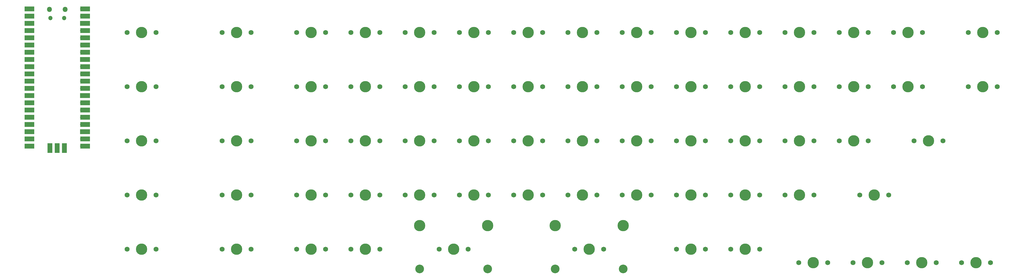
<source format=gts>
G04 #@! TF.GenerationSoftware,KiCad,Pcbnew,8.0.4*
G04 #@! TF.CreationDate,2024-09-04T19:59:22-04:00*
G04 #@! TF.ProjectId,small-fry-pcb,736d616c-6c2d-4667-9279-2d7063622e6b,1.0*
G04 #@! TF.SameCoordinates,Original*
G04 #@! TF.FileFunction,Soldermask,Top*
G04 #@! TF.FilePolarity,Negative*
%FSLAX46Y46*%
G04 Gerber Fmt 4.6, Leading zero omitted, Abs format (unit mm)*
G04 Created by KiCad (PCBNEW 8.0.4) date 2024-09-04 19:59:22*
%MOMM*%
%LPD*%
G01*
G04 APERTURE LIST*
%ADD10C,1.750000*%
%ADD11C,3.987800*%
%ADD12C,3.048000*%
%ADD13O,1.800000X1.800000*%
%ADD14O,1.500000X1.500000*%
%ADD15O,1.700000X1.700000*%
%ADD16R,3.500000X1.700000*%
%ADD17R,1.700000X1.700000*%
%ADD18R,1.700000X3.500000*%
G04 APERTURE END LIST*
D10*
G04 #@! TO.C,MX51*
X209876250Y-96400000D03*
D11*
X214956250Y-96400000D03*
D10*
X220036250Y-96400000D03*
G04 #@! TD*
G04 #@! TO.C,MX44*
X350370000Y-77350000D03*
D11*
X355450000Y-77350000D03*
D10*
X360530000Y-77350000D03*
G04 #@! TD*
G04 #@! TO.C,MX11*
X286076250Y-39250000D03*
D11*
X291156250Y-39250000D03*
D10*
X296236250Y-39250000D03*
G04 #@! TD*
G04 #@! TO.C,MX23*
X228926250Y-58300000D03*
D11*
X234006250Y-58300000D03*
D10*
X239086250Y-58300000D03*
G04 #@! TD*
G04 #@! TO.C,MX32*
X107482500Y-77350000D03*
D11*
X112562500Y-77350000D03*
D10*
X117642500Y-77350000D03*
G04 #@! TD*
G04 #@! TO.C,MX59*
X107482500Y-115450000D03*
D11*
X112562500Y-115450000D03*
D10*
X117642500Y-115450000D03*
G04 #@! TD*
G04 #@! TO.C,MX2*
X107482500Y-39250000D03*
D11*
X112562500Y-39250000D03*
D10*
X117642500Y-39250000D03*
G04 #@! TD*
G04 #@! TO.C,MX1*
X74145000Y-39250000D03*
D11*
X79225000Y-39250000D03*
D10*
X84305000Y-39250000D03*
G04 #@! TD*
G04 #@! TO.C,MX54*
X267026250Y-96400000D03*
D11*
X272106250Y-96400000D03*
D10*
X277186250Y-96400000D03*
G04 #@! TD*
G04 #@! TO.C,MX5*
X171776250Y-39250000D03*
D11*
X176856250Y-39250000D03*
D10*
X181936250Y-39250000D03*
G04 #@! TD*
G04 #@! TO.C,MX45*
X74145000Y-96400000D03*
D11*
X79225000Y-96400000D03*
D10*
X84305000Y-96400000D03*
G04 #@! TD*
D11*
G04 #@! TO.C,MX62*
X176824500Y-107195000D03*
D12*
X176824500Y-122435000D03*
D10*
X183682500Y-115450000D03*
D11*
X188762500Y-115450000D03*
D10*
X193842500Y-115450000D03*
D11*
X200700500Y-107195000D03*
D12*
X200700500Y-122435000D03*
G04 #@! TD*
D10*
G04 #@! TO.C,MX66*
X309888750Y-120212500D03*
D11*
X314968750Y-120212500D03*
D10*
X320048750Y-120212500D03*
G04 #@! TD*
G04 #@! TO.C,MX50*
X190826250Y-96400000D03*
D11*
X195906250Y-96400000D03*
D10*
X200986250Y-96400000D03*
G04 #@! TD*
G04 #@! TO.C,MX65*
X286076250Y-115450000D03*
D11*
X291156250Y-115450000D03*
D10*
X296236250Y-115450000D03*
G04 #@! TD*
G04 #@! TO.C,MX34*
X152726250Y-77350000D03*
D11*
X157806250Y-77350000D03*
D10*
X162886250Y-77350000D03*
G04 #@! TD*
G04 #@! TO.C,MX12*
X305126250Y-39250000D03*
D11*
X310206250Y-39250000D03*
D10*
X315286250Y-39250000D03*
G04 #@! TD*
G04 #@! TO.C,MX35*
X171776250Y-77350000D03*
D11*
X176856250Y-77350000D03*
D10*
X181936250Y-77350000D03*
G04 #@! TD*
G04 #@! TO.C,MX46*
X107482500Y-96400000D03*
D11*
X112562500Y-96400000D03*
D10*
X117642500Y-96400000D03*
G04 #@! TD*
G04 #@! TO.C,MX9*
X247976250Y-39250000D03*
D11*
X253056250Y-39250000D03*
D10*
X258136250Y-39250000D03*
G04 #@! TD*
G04 #@! TO.C,MX18*
X133676250Y-58300000D03*
D11*
X138756250Y-58300000D03*
D10*
X143836250Y-58300000D03*
G04 #@! TD*
G04 #@! TO.C,MX57*
X331320000Y-96400000D03*
D11*
X336400000Y-96400000D03*
D10*
X341480000Y-96400000D03*
G04 #@! TD*
G04 #@! TO.C,MX43*
X324176250Y-77350000D03*
D11*
X329256250Y-77350000D03*
D10*
X334336250Y-77350000D03*
G04 #@! TD*
G04 #@! TO.C,MX3*
X133676250Y-39250000D03*
D11*
X138756250Y-39250000D03*
D10*
X143836250Y-39250000D03*
G04 #@! TD*
G04 #@! TO.C,MX31*
X74145000Y-77350000D03*
D11*
X79225000Y-77350000D03*
D10*
X84305000Y-77350000D03*
G04 #@! TD*
G04 #@! TO.C,MX37*
X209876250Y-77350000D03*
D11*
X214956250Y-77350000D03*
D10*
X220036250Y-77350000D03*
G04 #@! TD*
G04 #@! TO.C,MX17*
X107482500Y-58300000D03*
D11*
X112562500Y-58300000D03*
D10*
X117642500Y-58300000D03*
G04 #@! TD*
G04 #@! TO.C,MX36*
X190826250Y-77350000D03*
D11*
X195906250Y-77350000D03*
D10*
X200986250Y-77350000D03*
G04 #@! TD*
D13*
G04 #@! TO.C,U1*
X46885000Y-31130000D03*
D14*
X47185000Y-34160000D03*
X52035000Y-34160000D03*
D13*
X52335000Y-31130000D03*
D15*
X40720000Y-31000000D03*
D16*
X39820000Y-31000000D03*
D15*
X40720000Y-33540000D03*
D16*
X39820000Y-33540000D03*
D17*
X40720000Y-36080000D03*
D16*
X39820000Y-36080000D03*
D15*
X40720000Y-38620000D03*
D16*
X39820000Y-38620000D03*
D15*
X40720000Y-41160000D03*
D16*
X39820000Y-41160000D03*
D15*
X40720000Y-43700000D03*
D16*
X39820000Y-43700000D03*
D15*
X40720000Y-46240000D03*
D16*
X39820000Y-46240000D03*
D17*
X40720000Y-48780000D03*
D16*
X39820000Y-48780000D03*
D15*
X40720000Y-51320000D03*
D16*
X39820000Y-51320000D03*
D15*
X40720000Y-53860000D03*
D16*
X39820000Y-53860000D03*
D15*
X40720000Y-56400000D03*
D16*
X39820000Y-56400000D03*
D15*
X40720000Y-58940000D03*
D16*
X39820000Y-58940000D03*
D17*
X40720000Y-61480000D03*
D16*
X39820000Y-61480000D03*
D15*
X40720000Y-64020000D03*
D16*
X39820000Y-64020000D03*
D15*
X40720000Y-66560000D03*
D16*
X39820000Y-66560000D03*
D15*
X40720000Y-69100000D03*
D16*
X39820000Y-69100000D03*
D15*
X40720000Y-71640000D03*
D16*
X39820000Y-71640000D03*
D17*
X40720000Y-74180000D03*
D16*
X39820000Y-74180000D03*
D15*
X40720000Y-76720000D03*
D16*
X39820000Y-76720000D03*
D15*
X40720000Y-79260000D03*
D16*
X39820000Y-79260000D03*
D15*
X58500000Y-79260000D03*
D16*
X59400000Y-79260000D03*
D15*
X58500000Y-76720000D03*
D16*
X59400000Y-76720000D03*
D17*
X58500000Y-74180000D03*
D16*
X59400000Y-74180000D03*
D15*
X58500000Y-71640000D03*
D16*
X59400000Y-71640000D03*
D15*
X58500000Y-69100000D03*
D16*
X59400000Y-69100000D03*
D15*
X58500000Y-66560000D03*
D16*
X59400000Y-66560000D03*
D15*
X58500000Y-64020000D03*
D16*
X59400000Y-64020000D03*
D17*
X58500000Y-61480000D03*
D16*
X59400000Y-61480000D03*
D15*
X58500000Y-58940000D03*
D16*
X59400000Y-58940000D03*
D15*
X58500000Y-56400000D03*
D16*
X59400000Y-56400000D03*
D15*
X58500000Y-53860000D03*
D16*
X59400000Y-53860000D03*
D15*
X58500000Y-51320000D03*
D16*
X59400000Y-51320000D03*
D17*
X58500000Y-48780000D03*
D16*
X59400000Y-48780000D03*
D15*
X58500000Y-46240000D03*
D16*
X59400000Y-46240000D03*
D15*
X58500000Y-43700000D03*
D16*
X59400000Y-43700000D03*
D15*
X58500000Y-41160000D03*
D16*
X59400000Y-41160000D03*
D15*
X58500000Y-38620000D03*
D16*
X59400000Y-38620000D03*
D17*
X58500000Y-36080000D03*
D16*
X59400000Y-36080000D03*
D15*
X58500000Y-33540000D03*
D16*
X59400000Y-33540000D03*
D15*
X58500000Y-31000000D03*
D16*
X59400000Y-31000000D03*
D15*
X47070000Y-79030000D03*
D18*
X47070000Y-79930000D03*
D17*
X49610000Y-79030000D03*
D18*
X49610000Y-79930000D03*
D15*
X52150000Y-79030000D03*
D18*
X52150000Y-79930000D03*
G04 #@! TD*
D10*
G04 #@! TO.C,MX47*
X133676250Y-96400000D03*
D11*
X138756250Y-96400000D03*
D10*
X143836250Y-96400000D03*
G04 #@! TD*
G04 #@! TO.C,MX25*
X267026250Y-58300000D03*
D11*
X272106250Y-58300000D03*
D10*
X277186250Y-58300000D03*
G04 #@! TD*
G04 #@! TO.C,MX61*
X152726250Y-115450000D03*
D11*
X157806250Y-115450000D03*
D10*
X162886250Y-115450000D03*
G04 #@! TD*
G04 #@! TO.C,MX26*
X286076250Y-58300000D03*
D11*
X291156250Y-58300000D03*
D10*
X296236250Y-58300000D03*
G04 #@! TD*
G04 #@! TO.C,MX15*
X369420000Y-39250000D03*
D11*
X374500000Y-39250000D03*
D10*
X379580000Y-39250000D03*
G04 #@! TD*
G04 #@! TO.C,MX58*
X74145000Y-115450000D03*
D11*
X79225000Y-115450000D03*
D10*
X84305000Y-115450000D03*
G04 #@! TD*
D11*
G04 #@! TO.C,MX63*
X224449500Y-107195000D03*
D12*
X224449500Y-122435000D03*
D10*
X231307500Y-115450000D03*
D11*
X236387500Y-115450000D03*
D10*
X241467500Y-115450000D03*
D11*
X248325500Y-107195000D03*
D12*
X248325500Y-122435000D03*
G04 #@! TD*
D10*
G04 #@! TO.C,MX28*
X324176250Y-58300000D03*
D11*
X329256250Y-58300000D03*
D10*
X334336250Y-58300000D03*
G04 #@! TD*
G04 #@! TO.C,MX8*
X228926250Y-39250000D03*
D11*
X234006250Y-39250000D03*
D10*
X239086250Y-39250000D03*
G04 #@! TD*
G04 #@! TO.C,MX10*
X267026250Y-39250000D03*
D11*
X272106250Y-39250000D03*
D10*
X277186250Y-39250000D03*
G04 #@! TD*
G04 #@! TO.C,MX53*
X247976250Y-96400000D03*
D11*
X253056250Y-96400000D03*
D10*
X258136250Y-96400000D03*
G04 #@! TD*
G04 #@! TO.C,MX64*
X267026250Y-115450000D03*
D11*
X272106250Y-115450000D03*
D10*
X277186250Y-115450000D03*
G04 #@! TD*
G04 #@! TO.C,MX49*
X171776250Y-96400000D03*
D11*
X176856250Y-96400000D03*
D10*
X181936250Y-96400000D03*
G04 #@! TD*
G04 #@! TO.C,MX27*
X305126250Y-58300000D03*
D11*
X310206250Y-58300000D03*
D10*
X315286250Y-58300000D03*
G04 #@! TD*
G04 #@! TO.C,MX33*
X133676250Y-77350000D03*
D11*
X138756250Y-77350000D03*
D10*
X143836250Y-77350000D03*
G04 #@! TD*
G04 #@! TO.C,MX21*
X190826250Y-58300000D03*
D11*
X195906250Y-58300000D03*
D10*
X200986250Y-58300000D03*
G04 #@! TD*
G04 #@! TO.C,MX19*
X152726250Y-58300000D03*
D11*
X157806250Y-58300000D03*
D10*
X162886250Y-58300000D03*
G04 #@! TD*
G04 #@! TO.C,MX55*
X286076250Y-96400000D03*
D11*
X291156250Y-96400000D03*
D10*
X296236250Y-96400000D03*
G04 #@! TD*
G04 #@! TO.C,MX29*
X343226250Y-58300000D03*
D11*
X348306250Y-58300000D03*
D10*
X353386250Y-58300000D03*
G04 #@! TD*
G04 #@! TO.C,MX7*
X209876250Y-39250000D03*
D11*
X214956250Y-39250000D03*
D10*
X220036250Y-39250000D03*
G04 #@! TD*
G04 #@! TO.C,MX13*
X324176250Y-39250000D03*
D11*
X329256250Y-39250000D03*
D10*
X334336250Y-39250000D03*
G04 #@! TD*
G04 #@! TO.C,MX4*
X152726250Y-39250000D03*
D11*
X157806250Y-39250000D03*
D10*
X162886250Y-39250000D03*
G04 #@! TD*
G04 #@! TO.C,MX41*
X286076250Y-77350000D03*
D11*
X291156250Y-77350000D03*
D10*
X296236250Y-77350000D03*
G04 #@! TD*
G04 #@! TO.C,MX52*
X228926250Y-96400000D03*
D11*
X234006250Y-96400000D03*
D10*
X239086250Y-96400000D03*
G04 #@! TD*
G04 #@! TO.C,MX16*
X74145000Y-58300000D03*
D11*
X79225000Y-58300000D03*
D10*
X84305000Y-58300000D03*
G04 #@! TD*
G04 #@! TO.C,MX20*
X171776250Y-58300000D03*
D11*
X176856250Y-58300000D03*
D10*
X181936250Y-58300000D03*
G04 #@! TD*
G04 #@! TO.C,MX69*
X367038750Y-120212500D03*
D11*
X372118750Y-120212500D03*
D10*
X377198750Y-120212500D03*
G04 #@! TD*
G04 #@! TO.C,MX6*
X190826250Y-39250000D03*
D11*
X195906250Y-39250000D03*
D10*
X200986250Y-39250000D03*
G04 #@! TD*
G04 #@! TO.C,MX38*
X228926250Y-77350000D03*
D11*
X234006250Y-77350000D03*
D10*
X239086250Y-77350000D03*
G04 #@! TD*
G04 #@! TO.C,MX68*
X347988750Y-120212500D03*
D11*
X353068750Y-120212500D03*
D10*
X358148750Y-120212500D03*
G04 #@! TD*
G04 #@! TO.C,MX42*
X305126250Y-77350000D03*
D11*
X310206250Y-77350000D03*
D10*
X315286250Y-77350000D03*
G04 #@! TD*
G04 #@! TO.C,MX60*
X133676250Y-115450000D03*
D11*
X138756250Y-115450000D03*
D10*
X143836250Y-115450000D03*
G04 #@! TD*
G04 #@! TO.C,MX48*
X152726250Y-96400000D03*
D11*
X157806250Y-96400000D03*
D10*
X162886250Y-96400000D03*
G04 #@! TD*
G04 #@! TO.C,MX67*
X328938750Y-120212500D03*
D11*
X334018750Y-120212500D03*
D10*
X339098750Y-120212500D03*
G04 #@! TD*
G04 #@! TO.C,MX40*
X267026250Y-77350000D03*
D11*
X272106250Y-77350000D03*
D10*
X277186250Y-77350000D03*
G04 #@! TD*
G04 #@! TO.C,MX39*
X247976250Y-77350000D03*
D11*
X253056250Y-77350000D03*
D10*
X258136250Y-77350000D03*
G04 #@! TD*
G04 #@! TO.C,MX30*
X369420000Y-58300000D03*
D11*
X374500000Y-58300000D03*
D10*
X379580000Y-58300000D03*
G04 #@! TD*
G04 #@! TO.C,MX56*
X305126250Y-96400000D03*
D11*
X310206250Y-96400000D03*
D10*
X315286250Y-96400000D03*
G04 #@! TD*
G04 #@! TO.C,MX14*
X343226250Y-39250000D03*
D11*
X348306250Y-39250000D03*
D10*
X353386250Y-39250000D03*
G04 #@! TD*
G04 #@! TO.C,MX24*
X247976250Y-58300000D03*
D11*
X253056250Y-58300000D03*
D10*
X258136250Y-58300000D03*
G04 #@! TD*
G04 #@! TO.C,MX22*
X209876250Y-58300000D03*
D11*
X214956250Y-58300000D03*
D10*
X220036250Y-58300000D03*
G04 #@! TD*
M02*

</source>
